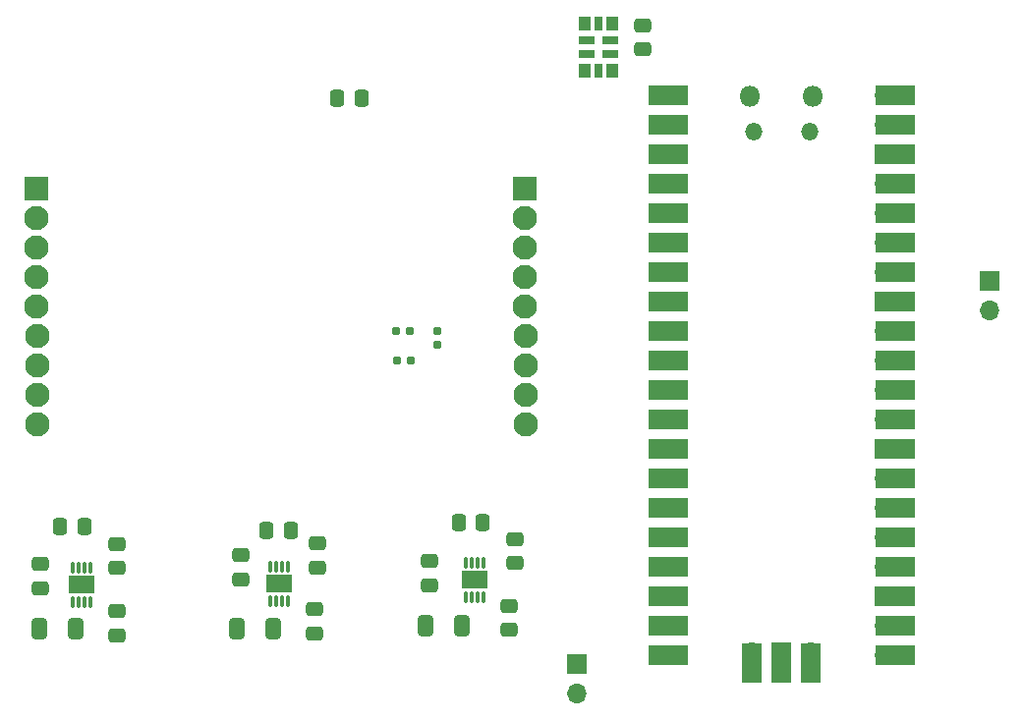
<source format=gbr>
%TF.GenerationSoftware,KiCad,Pcbnew,(6.0.9)*%
%TF.CreationDate,2023-11-09T09:29:14+01:00*%
%TF.ProjectId,LO_mother,4c4f5f6d-6f74-4686-9572-2e6b69636164,rev?*%
%TF.SameCoordinates,Original*%
%TF.FileFunction,Soldermask,Top*%
%TF.FilePolarity,Negative*%
%FSLAX46Y46*%
G04 Gerber Fmt 4.6, Leading zero omitted, Abs format (unit mm)*
G04 Created by KiCad (PCBNEW (6.0.9)) date 2023-11-09 09:29:14*
%MOMM*%
%LPD*%
G01*
G04 APERTURE LIST*
G04 Aperture macros list*
%AMRoundRect*
0 Rectangle with rounded corners*
0 $1 Rounding radius*
0 $2 $3 $4 $5 $6 $7 $8 $9 X,Y pos of 4 corners*
0 Add a 4 corners polygon primitive as box body*
4,1,4,$2,$3,$4,$5,$6,$7,$8,$9,$2,$3,0*
0 Add four circle primitives for the rounded corners*
1,1,$1+$1,$2,$3*
1,1,$1+$1,$4,$5*
1,1,$1+$1,$6,$7*
1,1,$1+$1,$8,$9*
0 Add four rect primitives between the rounded corners*
20,1,$1+$1,$2,$3,$4,$5,0*
20,1,$1+$1,$4,$5,$6,$7,0*
20,1,$1+$1,$6,$7,$8,$9,0*
20,1,$1+$1,$8,$9,$2,$3,0*%
G04 Aperture macros list end*
%ADD10RoundRect,0.250000X-0.475000X0.337500X-0.475000X-0.337500X0.475000X-0.337500X0.475000X0.337500X0*%
%ADD11R,2.100000X2.100000*%
%ADD12C,2.100000*%
%ADD13RoundRect,0.250000X0.475000X-0.337500X0.475000X0.337500X-0.475000X0.337500X-0.475000X-0.337500X0*%
%ADD14RoundRect,0.060000X0.090000X0.440000X-0.090000X0.440000X-0.090000X-0.440000X0.090000X-0.440000X0*%
%ADD15R,2.240000X1.500000*%
%ADD16RoundRect,0.250000X0.337500X0.475000X-0.337500X0.475000X-0.337500X-0.475000X0.337500X-0.475000X0*%
%ADD17RoundRect,0.160000X-0.197500X-0.160000X0.197500X-0.160000X0.197500X0.160000X-0.197500X0.160000X0*%
%ADD18R,1.050000X1.150000*%
%ADD19R,1.350000X0.700000*%
%ADD20R,0.700000X1.150000*%
%ADD21RoundRect,0.155000X-0.155000X0.212500X-0.155000X-0.212500X0.155000X-0.212500X0.155000X0.212500X0*%
%ADD22RoundRect,0.250000X0.412500X0.650000X-0.412500X0.650000X-0.412500X-0.650000X0.412500X-0.650000X0*%
%ADD23RoundRect,0.160000X0.197500X0.160000X-0.197500X0.160000X-0.197500X-0.160000X0.197500X-0.160000X0*%
%ADD24O,1.800000X1.800000*%
%ADD25O,1.500000X1.500000*%
%ADD26O,1.700000X1.700000*%
%ADD27R,3.500000X1.700000*%
%ADD28R,1.700000X1.700000*%
%ADD29R,1.700000X3.500000*%
G04 APERTURE END LIST*
D10*
%TO.C,C3*%
X136906000Y-112572500D03*
X136906000Y-114647500D03*
%TD*%
D11*
%TO.C,J2*%
X155055000Y-76340000D03*
D12*
X155055000Y-78880000D03*
X155055000Y-81420000D03*
X155055000Y-83960000D03*
X155055000Y-86500000D03*
X155080000Y-89040000D03*
X155080000Y-91580000D03*
X155080000Y-94120000D03*
X155080000Y-96665000D03*
%TD*%
D13*
%TO.C,C9*%
X137160000Y-108987500D03*
X137160000Y-106912500D03*
%TD*%
D14*
%TO.C,U2*%
X151447500Y-108571750D03*
X150947500Y-108571750D03*
X150447500Y-108571750D03*
X149947500Y-108571750D03*
X149947500Y-111571750D03*
X150447500Y-111571750D03*
X150947500Y-111571750D03*
X151447500Y-111571750D03*
D15*
X150697500Y-110041750D03*
%TD*%
D16*
%TO.C,C17*%
X140970000Y-68580000D03*
X138895000Y-68580000D03*
%TD*%
D17*
%TO.C,R1*%
X143912500Y-88592500D03*
X145107500Y-88592500D03*
%TD*%
D13*
%TO.C,C7*%
X154178000Y-108597500D03*
X154178000Y-106522500D03*
%TD*%
D16*
%TO.C,C15*%
X134855000Y-105790000D03*
X132780000Y-105790000D03*
%TD*%
D11*
%TO.C,J3*%
X112975000Y-76340000D03*
D12*
X112975000Y-78880000D03*
X112975000Y-81420000D03*
X112975000Y-83960000D03*
X112975000Y-86500000D03*
X113000000Y-89040000D03*
X113000000Y-91580000D03*
X113000000Y-94120000D03*
X113000000Y-96665000D03*
%TD*%
D18*
%TO.C,1*%
X160185000Y-62085000D03*
D19*
X160335000Y-63510000D03*
X160335000Y-64710000D03*
D18*
X160185000Y-66135000D03*
D20*
X161360000Y-66135000D03*
D18*
X162535000Y-66135000D03*
D19*
X162385000Y-64710000D03*
X162385000Y-63510000D03*
D18*
X162535000Y-62085000D03*
D20*
X161360000Y-62085000D03*
%TD*%
D10*
%TO.C,C1*%
X153670000Y-112302500D03*
X153670000Y-114377500D03*
%TD*%
%TO.C,C5*%
X146812000Y-108436500D03*
X146812000Y-110511500D03*
%TD*%
D21*
%TO.C,C16*%
X147490000Y-88615000D03*
X147490000Y-89750000D03*
%TD*%
D22*
%TO.C,C11*%
X149644500Y-114046000D03*
X146519500Y-114046000D03*
%TD*%
D16*
%TO.C,C14*%
X151405500Y-105080000D03*
X149330500Y-105080000D03*
%TD*%
%TO.C,C13*%
X117102500Y-105432500D03*
X115027500Y-105432500D03*
%TD*%
D10*
%TO.C,C2*%
X119888000Y-112745000D03*
X119888000Y-114820000D03*
%TD*%
D23*
%TO.C,R2*%
X145207500Y-91182500D03*
X144012500Y-91182500D03*
%TD*%
D22*
%TO.C,C10*%
X116370500Y-114300000D03*
X113245500Y-114300000D03*
%TD*%
D10*
%TO.C,C18*%
X165190000Y-62252500D03*
X165190000Y-64327500D03*
%TD*%
D14*
%TO.C,U3*%
X134637500Y-108931750D03*
X134137500Y-108931750D03*
X133637500Y-108931750D03*
X133137500Y-108931750D03*
X133137500Y-111931750D03*
X133637500Y-111931750D03*
X134137500Y-111931750D03*
X134637500Y-111931750D03*
D15*
X133887500Y-110401750D03*
%TD*%
D10*
%TO.C,C4*%
X113284000Y-108690500D03*
X113284000Y-110765500D03*
%TD*%
D13*
%TO.C,C8*%
X119888000Y-109040000D03*
X119888000Y-106965000D03*
%TD*%
D14*
%TO.C,U1*%
X117597500Y-108984250D03*
X117097500Y-108984250D03*
X116597500Y-108984250D03*
X116097500Y-108984250D03*
X116097500Y-111984250D03*
X116597500Y-111984250D03*
X117097500Y-111984250D03*
X117597500Y-111984250D03*
D15*
X116847500Y-110454250D03*
%TD*%
D24*
%TO.C,U4*%
X179885000Y-68405000D03*
D25*
X174735000Y-71435000D03*
D24*
X174435000Y-68405000D03*
D25*
X179585000Y-71435000D03*
D26*
X168270000Y-68275000D03*
D27*
X167370000Y-68275000D03*
X167370000Y-70815000D03*
D26*
X168270000Y-70815000D03*
D27*
X167370000Y-73355000D03*
D28*
X168270000Y-73355000D03*
D26*
X168270000Y-75895000D03*
D27*
X167370000Y-75895000D03*
D26*
X168270000Y-78435000D03*
D27*
X167370000Y-78435000D03*
D26*
X168270000Y-80975000D03*
D27*
X167370000Y-80975000D03*
X167370000Y-83515000D03*
D26*
X168270000Y-83515000D03*
D28*
X168270000Y-86055000D03*
D27*
X167370000Y-86055000D03*
X167370000Y-88595000D03*
D26*
X168270000Y-88595000D03*
D27*
X167370000Y-91135000D03*
D26*
X168270000Y-91135000D03*
D27*
X167370000Y-93675000D03*
D26*
X168270000Y-93675000D03*
D27*
X167370000Y-96215000D03*
D26*
X168270000Y-96215000D03*
D27*
X167370000Y-98755000D03*
D28*
X168270000Y-98755000D03*
D27*
X167370000Y-101295000D03*
D26*
X168270000Y-101295000D03*
X168270000Y-103835000D03*
D27*
X167370000Y-103835000D03*
D26*
X168270000Y-106375000D03*
D27*
X167370000Y-106375000D03*
X167370000Y-108915000D03*
D26*
X168270000Y-108915000D03*
D28*
X168270000Y-111455000D03*
D27*
X167370000Y-111455000D03*
X167370000Y-113995000D03*
D26*
X168270000Y-113995000D03*
D27*
X167370000Y-116535000D03*
D26*
X168270000Y-116535000D03*
X186050000Y-116535000D03*
D27*
X186950000Y-116535000D03*
X186950000Y-113995000D03*
D26*
X186050000Y-113995000D03*
D27*
X186950000Y-111455000D03*
D28*
X186050000Y-111455000D03*
D27*
X186950000Y-108915000D03*
D26*
X186050000Y-108915000D03*
D27*
X186950000Y-106375000D03*
D26*
X186050000Y-106375000D03*
X186050000Y-103835000D03*
D27*
X186950000Y-103835000D03*
X186950000Y-101295000D03*
D26*
X186050000Y-101295000D03*
D27*
X186950000Y-98755000D03*
D28*
X186050000Y-98755000D03*
D26*
X186050000Y-96215000D03*
D27*
X186950000Y-96215000D03*
D26*
X186050000Y-93675000D03*
D27*
X186950000Y-93675000D03*
D26*
X186050000Y-91135000D03*
D27*
X186950000Y-91135000D03*
D26*
X186050000Y-88595000D03*
D27*
X186950000Y-88595000D03*
D28*
X186050000Y-86055000D03*
D27*
X186950000Y-86055000D03*
X186950000Y-83515000D03*
D26*
X186050000Y-83515000D03*
X186050000Y-80975000D03*
D27*
X186950000Y-80975000D03*
X186950000Y-78435000D03*
D26*
X186050000Y-78435000D03*
X186050000Y-75895000D03*
D27*
X186950000Y-75895000D03*
D28*
X186050000Y-73355000D03*
D27*
X186950000Y-73355000D03*
D26*
X186050000Y-70815000D03*
D27*
X186950000Y-70815000D03*
X186950000Y-68275000D03*
D26*
X186050000Y-68275000D03*
X174620000Y-116305000D03*
D29*
X174620000Y-117205000D03*
X177160000Y-117205000D03*
D28*
X177160000Y-116305000D03*
D29*
X179700000Y-117205000D03*
D26*
X179700000Y-116305000D03*
%TD*%
D28*
%TO.C,U5*%
X195072000Y-84328000D03*
D26*
X195072000Y-86868000D03*
%TD*%
D28*
%TO.C,J1*%
X159512000Y-117348000D03*
D26*
X159512000Y-119888000D03*
%TD*%
D10*
%TO.C,C6*%
X130556000Y-107928500D03*
X130556000Y-110003500D03*
%TD*%
D22*
%TO.C,C12*%
X133388500Y-114300000D03*
X130263500Y-114300000D03*
%TD*%
M02*

</source>
